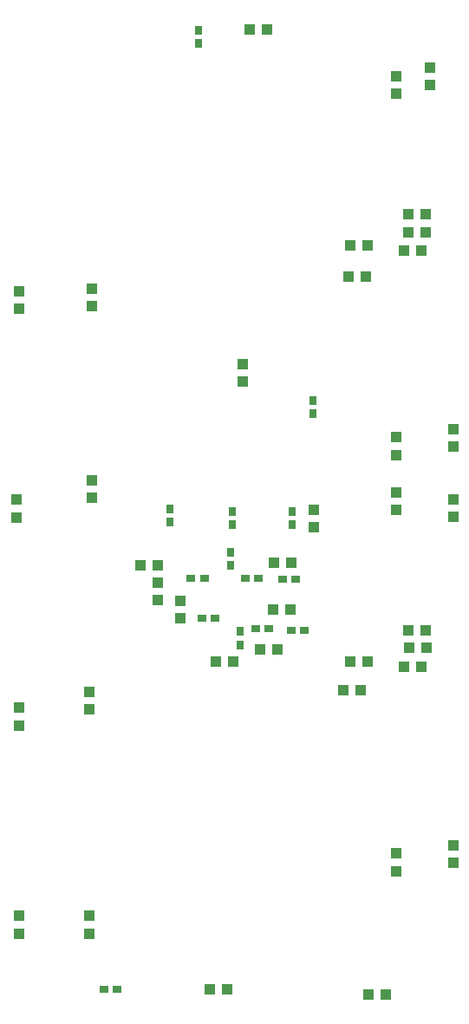
<source format=gbp>
%FSLAX24Y24*%
%MOIN*%
G70*
G01*
G75*
G04 Layer_Color=128*
G04 Layer_Color=128*
%ADD10C,0.0177*%
%ADD11R,0.0394X0.0433*%
%ADD12R,0.0472X0.0787*%
%ADD13C,0.0400*%
%ADD14R,0.0394X0.1083*%
%ADD15R,0.0500X0.1449*%
%ADD16R,0.1024X0.0945*%
%ADD17R,0.1000X0.1400*%
%ADD18R,0.0300X0.0600*%
%ADD19R,0.0472X0.0472*%
%ADD20R,0.0098X0.0256*%
%ADD21R,0.0492X0.0165*%
%ADD22R,0.0650X0.0118*%
%ADD23R,0.0945X0.1024*%
%ADD24R,0.0787X0.0551*%
%ADD25R,0.0787X0.0472*%
%ADD26R,0.0669X0.0177*%
%ADD27R,0.0669X0.0177*%
%ADD28R,0.0197X0.0748*%
%ADD29R,0.0748X0.0197*%
%ADD30R,0.0945X0.0354*%
%ADD31R,0.0433X0.0394*%
%ADD32R,0.0709X0.0630*%
%ADD33R,0.0630X0.0709*%
%ADD34R,0.0512X0.0630*%
%ADD35R,0.1240X0.1360*%
%ADD36C,0.0060*%
%ADD37C,0.0080*%
%ADD38C,0.0100*%
%ADD39C,0.0120*%
%ADD40C,0.0200*%
%ADD41C,0.0160*%
%ADD42C,0.0110*%
%ADD43C,0.0150*%
%ADD44C,0.1750*%
%ADD45C,0.0433*%
%ADD46C,0.0700*%
%ADD47R,0.0591X0.0591*%
%ADD48C,0.0591*%
%ADD49C,0.0669*%
%ADD50C,0.0200*%
%ADD51R,0.0354X0.0276*%
%ADD52R,0.0276X0.0354*%
%ADD53C,0.0079*%
%ADD54C,0.0098*%
%ADD55C,0.0070*%
%ADD56C,0.0040*%
%ADD57C,0.0600*%
%ADD58C,0.0025*%
D11*
X56000Y57965D02*
D03*
Y58635D02*
D03*
X52750Y49565D02*
D03*
Y50235D02*
D03*
X58750Y52365D02*
D03*
Y53035D02*
D03*
X53600Y48865D02*
D03*
Y49535D02*
D03*
X47400Y37417D02*
D03*
Y36748D02*
D03*
X50100Y37417D02*
D03*
Y36748D02*
D03*
X47400Y45417D02*
D03*
Y44748D02*
D03*
X50100Y45365D02*
D03*
Y46035D02*
D03*
X50200Y53483D02*
D03*
Y54152D02*
D03*
X47300Y53417D02*
D03*
Y52748D02*
D03*
X47400Y61435D02*
D03*
Y60765D02*
D03*
X50200Y61535D02*
D03*
Y60865D02*
D03*
X63200Y70035D02*
D03*
Y69365D02*
D03*
X61900Y69700D02*
D03*
Y69031D02*
D03*
X64093Y56134D02*
D03*
Y55465D02*
D03*
X61900Y55148D02*
D03*
Y55817D02*
D03*
X64100Y53435D02*
D03*
Y52765D02*
D03*
X61900Y53031D02*
D03*
Y53700D02*
D03*
Y39148D02*
D03*
Y39817D02*
D03*
X64093Y40134D02*
D03*
Y39465D02*
D03*
D31*
X60848Y34400D02*
D03*
X61517D02*
D03*
X54748Y34600D02*
D03*
X55417D02*
D03*
X56935Y71500D02*
D03*
X56265D02*
D03*
X54983Y47200D02*
D03*
X55652D02*
D03*
X56683Y47650D02*
D03*
X57352D02*
D03*
X57215Y51000D02*
D03*
X57885D02*
D03*
X57165Y49200D02*
D03*
X57835D02*
D03*
X52065Y50900D02*
D03*
X52735D02*
D03*
X62198Y47000D02*
D03*
X62867Y63000D02*
D03*
X62198D02*
D03*
X60081Y62000D02*
D03*
X60750D02*
D03*
X60131Y63200D02*
D03*
X60800D02*
D03*
X63035Y63700D02*
D03*
X62365D02*
D03*
X59865Y46100D02*
D03*
X60535D02*
D03*
X62867Y47000D02*
D03*
X60131Y47200D02*
D03*
X60800D02*
D03*
X63085Y47730D02*
D03*
X62415D02*
D03*
X63035Y48400D02*
D03*
X62365D02*
D03*
Y64400D02*
D03*
X63035D02*
D03*
D51*
X50662Y34600D02*
D03*
X51173D02*
D03*
X56094Y50400D02*
D03*
X56606D02*
D03*
X58056Y50350D02*
D03*
X57544D02*
D03*
X57006Y48450D02*
D03*
X56494D02*
D03*
X54523Y50400D02*
D03*
X54012D02*
D03*
X54427Y48850D02*
D03*
X54938D02*
D03*
X58373Y48400D02*
D03*
X57862D02*
D03*
D52*
X54300Y70962D02*
D03*
Y71473D02*
D03*
X55600Y52973D02*
D03*
Y52462D02*
D03*
X55900Y47844D02*
D03*
Y48356D02*
D03*
X55550Y50894D02*
D03*
Y51406D02*
D03*
X57900Y52973D02*
D03*
Y52462D02*
D03*
X53200Y53073D02*
D03*
Y52562D02*
D03*
X58700Y56727D02*
D03*
Y57238D02*
D03*
M02*

</source>
